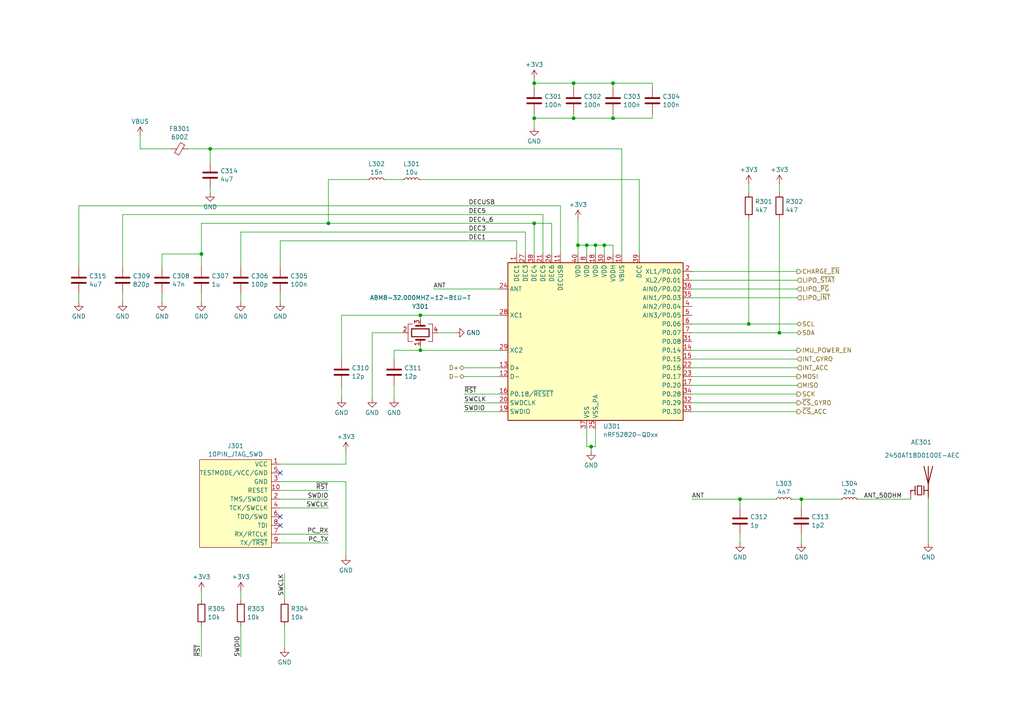
<source format=kicad_sch>
(kicad_sch (version 20230121) (generator eeschema)
  (paper "A4")
  (lib_symbols
    (symbol "Device:Antenna_Chip" (pin_numbers hide) (pin_names (offset 1.016) hide)
      (property "Reference" "AE" (at 0 5.08 0))
      (property "Value" "Antenna_Chip" (at 0 3.175 0))
      (symbol "Antenna_Chip_0_1"
        (polyline (pts (xy -2.54 0) (xy -2.54 -0.635)) (stroke (width 0.254)))
        (polyline (pts (xy -2.54 0) (xy -1.27 0)) (stroke (width 0.254)))
        (polyline (pts (xy 1.27 0) (xy 2.54 0)) (stroke (width 0.254)))
        (polyline (pts (xy 1.27 1.27) (xy 1.27 -1.27)) (stroke (width 0.254)))
        (polyline (pts (xy 2.54 -0.635) (xy 2.54 0)))
        (polyline (pts (xy 2.54 6.985) (xy 2.54 -1.905)) (stroke (width 0.254)))
        (polyline (pts (xy -1.27 1.27) (xy -1.27 -1.27) (xy -1.27 0)) (stroke (width 0.254)))
        (polyline (pts (xy 3.81 6.985) (xy 2.54 1.905) (xy 1.27 6.985)) (stroke (width 0.254)))
        (polyline (pts (xy -0.635 1.27) (xy 0.635 1.27) (xy 0.635 -1.27) (xy -0.635 -1.27) (xy -0.635 1.27)) (stroke (width 0.254)))
      )
      (symbol "Antenna_Chip_1_1"
        (pin input line (at -2.54 -2.54 90) (length 2.54) (name "FEED") (number "1"))
        (pin passive line (at 2.54 -2.54 90) (length 2.54) (name "PCB_Trace") (number "2"))
      )
    )
    (symbol "Device:C" (pin_numbers hide) (pin_names (offset 0.254))
      (property "Reference" "C" (at 0.635 2.54 0))
      (property "Value" "C" (at 0.635 -2.54 0))
      (symbol "C_0_1"
        (polyline (pts (xy -2.032 -0.762) (xy 2.032 -0.762)) (stroke (width 0.508)))
        (polyline (pts (xy -2.032 0.762) (xy 2.032 0.762)) (stroke (width 0.508)))
      )
      (symbol "C_1_1"
        (pin passive line (at 0 3.81 270) (length 2.794) (name "~") (number "1"))
        (pin passive line (at 0 -3.81 90) (length 2.794) (name "~") (number "2"))
      )
    )
    (symbol "Device:Crystal_GND24" (pin_names (offset 1.016) hide)
      (property "Reference" "Y" (at 3.175 5.08 0))
      (property "Value" "Crystal_GND24" (at 3.175 3.175 0))
      (symbol "Crystal_GND24_0_1"
        (rectangle (start -1.143 2.54) (end 1.143 -2.54) (stroke (width 0.3048)))
        (polyline (pts (xy -2.54 0) (xy -2.032 0)))
        (polyline (pts (xy -2.032 -1.27) (xy -2.032 1.27)) (stroke (width 0.508)))
        (polyline (pts (xy 0 -3.81) (xy 0 -3.556)))
        (polyline (pts (xy 0 3.556) (xy 0 3.81)))
        (polyline (pts (xy 2.032 -1.27) (xy 2.032 1.27)) (stroke (width 0.508)))
        (polyline (pts (xy 2.032 0) (xy 2.54 0)))
        (polyline (pts (xy -2.54 -2.286) (xy -2.54 -3.556) (xy 2.54 -3.556) (xy 2.54 -2.286)))
        (polyline (pts (xy -2.54 2.286) (xy -2.54 3.556) (xy 2.54 3.556) (xy 2.54 2.286)))
      )
      (symbol "Crystal_GND24_1_1"
        (pin passive line (at -3.81 0 0) (length 1.27) (name "1") (number "1"))
        (pin passive line (at 0 5.08 270) (length 1.27) (name "2") (number "2"))
        (pin passive line (at 3.81 0 180) (length 1.27) (name "3") (number "3"))
        (pin passive line (at 0 -5.08 90) (length 1.27) (name "4") (number "4"))
      )
    )
    (symbol "Device:FerriteBead_Small" (pin_numbers hide) (pin_names (offset 0))
      (property "Reference" "FB" (at 1.905 1.27 0))
      (property "Value" "FerriteBead_Small" (at 1.905 -1.27 0))
      (symbol "FerriteBead_Small_0_1"
        (polyline (pts (xy 0 -1.27) (xy 0 -0.7874)))
        (polyline (pts (xy 0 0.889) (xy 0 1.2954)))
        (polyline (pts (xy -1.8288 0.2794) (xy -1.1176 1.4986) (xy 1.8288 -0.2032) (xy 1.1176 -1.4224) (xy -1.8288 0.2794)))
      )
      (symbol "FerriteBead_Small_1_1"
        (pin passive line (at 0 2.54 270) (length 1.27) (name "~") (number "1"))
        (pin passive line (at 0 -2.54 90) (length 1.27) (name "~") (number "2"))
      )
    )
    (symbol "Device:L_Small" (pin_numbers hide) (pin_names (offset 0.254) hide)
      (property "Reference" "L" (at 0.762 1.016 0))
      (property "Value" "L_Small" (at 0.762 -1.016 0))
      (symbol "L_Small_0_1"
        (arc (start 0 -2.032) (mid 0.5058 -1.524) (end 0 -1.016))
        (arc (start 0 -1.016) (mid 0.5058 -0.508) (end 0 0))
        (arc (start 0 0) (mid 0.5058 0.508) (end 0 1.016))
        (arc (start 0 1.016) (mid 0.5058 1.524) (end 0 2.032))
      )
      (symbol "L_Small_1_1"
        (pin passive line (at 0 2.54 270) (length 0.508) (name "~") (number "1"))
        (pin passive line (at 0 -2.54 90) (length 0.508) (name "~") (number "2"))
      )
    )
    (symbol "Device:R" (pin_numbers hide) (pin_names (offset 0))
      (property "Reference" "R" (at 2.032 0 90))
      (property "Value" "R" (at 0 0 90))
      (symbol "R_0_1"
        (rectangle (start -1.016 -2.54) (end 1.016 2.54) (stroke (width 0.254)))
      )
      (symbol "R_1_1"
        (pin passive line (at 0 3.81 270) (length 1.27) (name "~") (number "1"))
        (pin passive line (at 0 -3.81 90) (length 1.27) (name "~") (number "2"))
      )
    )
    (symbol "MCU_Nordic:nRF52820-QDxx"
      (property "Reference" "U" (at -2.54 0 0))
      (property "Value" "nRF52820-QDxx" (at -2.54 -2.54 0))
      (symbol "nRF52820-QDxx_0_1"
        (rectangle (start -25.4 22.86) (end 25.4 -22.86) (stroke (width 0.254)) (fill (type background)))
      )
      (symbol "nRF52820-QDxx_1_1"
        (pin passive line (at -22.86 25.4 270) (length 2.54) (name "DEC1") (number "1"))
        (pin power_in line (at 7.62 25.4 270) (length 2.54) (name "VBUS") (number "10"))
        (pin passive line (at -10.16 25.4 270) (length 2.54) (name "DECUSB") (number "11"))
        (pin bidirectional line (at -27.94 -10.16 0) (length 2.54) (name "D-") (number "12"))
        (pin bidirectional line (at -27.94 -7.62 0) (length 2.54) (name "D+") (number "13"))
        (pin bidirectional line (at 27.94 -2.54 180) (length 2.54) (name "P0.14") (number "14"))
        (pin bidirectional line (at 27.94 -5.08 180) (length 2.54) (name "P0.15") (number "15"))
        (pin bidirectional line (at -27.94 -15.24 0) (length 2.54) (name "P0.18/~{RESET}") (number "16"))
        (pin bidirectional line (at 27.94 -12.7 180) (length 2.54) (name "P0.20") (number "17"))
        (pin power_in line (at 0 25.4 270) (length 2.54) (name "VDD") (number "18"))
        (pin bidirectional line (at -27.94 -20.32 0) (length 2.54) (name "SWDIO") (number "19"))
        (pin bidirectional line (at 27.94 20.32 180) (length 2.54) (name "XL1/P0.00") (number "2"))
        (pin input line (at -27.94 -17.78 0) (length 2.54) (name "SWDCLK") (number "20"))
        (pin passive line (at -15.24 25.4 270) (length 2.54) (name "DEC5") (number "21"))
        (pin bidirectional line (at 27.94 -7.62 180) (length 2.54) (name "P0.16") (number "22"))
        (pin bidirectional line (at 27.94 -10.16 180) (length 2.54) (name "P0.17") (number "23"))
        (pin passive line (at -27.94 15.24 0) (length 2.54) (name "ANT") (number "24"))
        (pin power_in line (at 0 -25.4 90) (length 2.54) (name "VSS_PA") (number "25"))
        (pin passive line (at -12.7 25.4 270) (length 2.54) (name "DEC6") (number "26"))
        (pin passive line (at -20.32 25.4 270) (length 2.54) (name "DEC3") (number "27"))
        (pin input line (at -27.94 7.62 0) (length 2.54) (name "XC1") (number "28"))
        (pin input line (at -27.94 -2.54 0) (length 2.54) (name "XC2") (number "29"))
        (pin bidirectional line (at 27.94 17.78 180) (length 2.54) (name "XL2/P0.01") (number "3"))
        (pin power_in line (at 2.54 25.4 270) (length 2.54) (name "VDD") (number "30"))
        (pin bidirectional line (at 27.94 0 180) (length 2.54) (name "P0.08") (number "31"))
        (pin bidirectional line (at 27.94 -17.78 180) (length 2.54) (name "P0.29") (number "32"))
        (pin bidirectional line (at 27.94 -20.32 180) (length 2.54) (name "P0.30") (number "33"))
        (pin bidirectional line (at 27.94 -15.24 180) (length 2.54) (name "P0.28") (number "34"))
        (pin bidirectional line (at 27.94 12.7 180) (length 2.54) (name "AIN1/P0.03") (number "35"))
        (pin bidirectional line (at 27.94 15.24 180) (length 2.54) (name "AIN0/P0.02") (number "36"))
        (pin power_in line (at -2.54 -25.4 90) (length 2.54) (name "VSS") (number "37"))
        (pin passive line (at -17.78 25.4 270) (length 2.54) (name "DEC4") (number "38"))
        (pin power_out line (at 12.7 25.4 270) (length 2.54) (name "DCC") (number "39"))
        (pin bidirectional line (at 27.94 10.16 180) (length 2.54) (name "AIN2/P0.04") (number "4"))
        (pin power_in line (at -5.08 25.4 270) (length 2.54) (name "VDD") (number "40"))
        (pin passive line (at -2.54 -25.4 90) (length 2.54) hide (name "VSS") (number "41"))
        (pin bidirectional line (at 27.94 7.62 180) (length 2.54) (name "AIN3/P0.05") (number "5"))
        (pin bidirectional line (at 27.94 5.08 180) (length 2.54) (name "P0.06") (number "6"))
        (pin bidirectional line (at 27.94 2.54 180) (length 2.54) (name "P0.07") (number "7"))
        (pin power_in line (at -2.54 25.4 270) (length 2.54) (name "VDD") (number "8"))
        (pin power_in line (at 5.08 25.4 270) (length 2.54) (name "VDDH") (number "9"))
      )
    )
    (symbol "power:+3V3" (power) (pin_names (offset 0))
      (property "Value" "+3V3" (at 0 3.556 0))
      (symbol "+3V3_0_1"
        (polyline (pts (xy -0.762 1.27) (xy 0 2.54)))
        (polyline (pts (xy 0 0) (xy 0 2.54)))
        (polyline (pts (xy 0 2.54) (xy 0.762 1.27)))
      )
      (symbol "+3V3_1_1"
        (pin power_in line (at 0 0 90) (length 0) hide (name "+3V3") (number "1"))
      )
    )
    (symbol "power:GND" (power) (pin_names (offset 0))
      (property "Value" "GND" (at 0 -3.81 0))
      (symbol "GND_0_1"
        (polyline (pts (xy 0 0) (xy 0 -1.27) (xy 1.27 -1.27) (xy 0 -2.54) (xy -1.27 -1.27) (xy 0 -1.27)))
      )
      (symbol "GND_1_1"
        (pin power_in line (at 0 0 270) (length 0) hide (name "GND") (number "1"))
      )
    )
    (symbol "power:VBUS" (power) (pin_names (offset 0))
      (property "Value" "VBUS" (at 0 3.81 0))
      (symbol "VBUS_0_1"
        (polyline (pts (xy -0.762 1.27) (xy 0 2.54)))
        (polyline (pts (xy 0 0) (xy 0 2.54)))
        (polyline (pts (xy 0 2.54) (xy 0.762 1.27)))
      )
      (symbol "VBUS_1_1"
        (pin power_in line (at 0 0 90) (length 0) hide (name "VBUS") (number "1"))
      )
    )
    (symbol "shimatta_connectors:10PIN_JTAG_SWD" (pin_names (offset 1.016))
      (property "Reference" "J" (at -7.112 1.016 0))
      (property "Value" "10PIN_JTAG_SWD" (at 0.254 2.794 0))
      (symbol "10PIN_JTAG_SWD_0_1"
        (rectangle (start -20.828 0) (end 0 -25.4) (fill (type background)))
      )
      (symbol "10PIN_JTAG_SWD_1_1"
        (pin passive line (at 2.54 -1.27 180) (length 2.54) (name "VCC") (number "1"))
        (pin passive line (at 2.54 -8.89 180) (length 2.54) (name "RESET") (number "10"))
        (pin passive line (at 2.54 -11.43 180) (length 2.54) (name "TMS/SWDIO") (number "2"))
        (pin passive line (at 2.54 -6.35 180) (length 2.54) (name "GND") (number "3"))
        (pin passive line (at 2.54 -13.97 180) (length 2.54) (name "TCK/SWCLK") (number "4"))
        (pin passive line (at 2.54 -3.81 180) (length 2.54) (name "TESTMODE/VCC/GND") (number "5"))
        (pin passive line (at 2.54 -16.51 180) (length 2.54) (name "TDO/SWO") (number "6"))
        (pin passive line (at 2.54 -21.59 180) (length 2.54) (name "RX/RTCLK") (number "7"))
        (pin passive line (at 2.54 -19.05 180) (length 2.54) (name "TDI") (number "8"))
        (pin passive line (at 2.54 -24.13 180) (length 2.54) (name "TX/~{TRST}") (number "9"))
      )
    )
  )
  (junction (at 167.64 71.12))
  (junction (at 226.06 96.52))
  (junction (at 217.17 93.98))
  (junction (at 60.96 43.18))
  (junction (at 166.37 24.13))
  (junction (at 170.18 71.12))
  (junction (at 175.26 71.12))
  (junction (at 58.42 73.66))
  (junction (at 214.63 144.78))
  (junction (at 154.94 24.13))
  (junction (at 121.92 91.44))
  (junction (at 171.45 129.54))
  (junction (at 154.94 34.29))
  (junction (at 232.41 144.78))
  (junction (at 154.94 64.77))
  (junction (at 166.37 34.29))
  (junction (at 177.8 34.29))
  (junction (at 95.25 64.77))
  (junction (at 121.92 101.6))
  (junction (at 172.72 71.12))
  (junction (at 177.8 24.13))
  (no_connect (at 81.28 152.4))
  (no_connect (at 81.28 137.16))
  (no_connect (at 81.28 149.86))
  (wire (pts (xy 171.45 129.54) (xy 172.72 129.54)))
  (wire (pts (xy 232.41 144.78) (xy 243.84 144.78)))
  (wire (pts (xy 58.42 64.77) (xy 95.25 64.77)))
  (wire (pts (xy 35.56 62.23) (xy 35.56 77.47)))
  (wire (pts (xy 172.72 124.46) (xy 172.72 129.54)))
  (wire (pts (xy 81.28 69.85) (xy 81.28 77.47)))
  (wire (pts (xy 69.85 171.45) (xy 69.85 173.99)))
  (wire (pts (xy 154.94 64.77) (xy 154.94 73.66)))
  (wire (pts (xy 189.23 34.29) (xy 177.8 34.29)))
  (wire (pts (xy 35.56 85.09) (xy 35.56 87.63)))
  (wire (pts (xy 134.62 114.3) (xy 144.78 114.3)))
  (wire (pts (xy 121.92 52.07) (xy 185.42 52.07)))
  (wire (pts (xy 60.96 54.61) (xy 60.96 55.88)))
  (wire (pts (xy 214.63 144.78) (xy 214.63 147.32)))
  (wire (pts (xy 162.56 73.66) (xy 162.56 59.69)))
  (wire (pts (xy 217.17 93.98) (xy 231.14 93.98)))
  (wire (pts (xy 134.62 119.38) (xy 144.78 119.38)))
  (wire (pts (xy 269.24 144.78) (xy 269.24 157.48)))
  (wire (pts (xy 46.99 73.66) (xy 58.42 73.66)))
  (wire (pts (xy 95.25 52.07) (xy 95.25 64.77)))
  (wire (pts (xy 154.94 33.02) (xy 154.94 34.29)))
  (wire (pts (xy 22.86 85.09) (xy 22.86 87.63)))
  (wire (pts (xy 172.72 71.12) (xy 170.18 71.12)))
  (wire (pts (xy 200.66 106.68) (xy 231.14 106.68)))
  (wire (pts (xy 200.66 78.74) (xy 231.14 78.74)))
  (wire (pts (xy 134.62 106.68) (xy 144.78 106.68)))
  (wire (pts (xy 175.26 71.12) (xy 172.72 71.12)))
  (wire (pts (xy 177.8 33.02) (xy 177.8 34.29)))
  (wire (pts (xy 40.64 39.37) (xy 40.64 43.18)))
  (wire (pts (xy 248.92 144.78) (xy 264.16 144.78)))
  (wire (pts (xy 166.37 24.13) (xy 177.8 24.13)))
  (wire (pts (xy 69.85 85.09) (xy 69.85 87.63)))
  (wire (pts (xy 106.68 52.07) (xy 95.25 52.07)))
  (wire (pts (xy 121.92 91.44) (xy 121.92 92.71)))
  (wire (pts (xy 99.06 111.76) (xy 99.06 115.57)))
  (wire (pts (xy 82.55 181.61) (xy 82.55 187.96)))
  (wire (pts (xy 170.18 71.12) (xy 167.64 71.12)))
  (wire (pts (xy 134.62 109.22) (xy 144.78 109.22)))
  (wire (pts (xy 149.86 73.66) (xy 149.86 69.85)))
  (wire (pts (xy 154.94 24.13) (xy 154.94 25.4)))
  (wire (pts (xy 81.28 139.7) (xy 100.33 139.7)))
  (wire (pts (xy 200.66 104.14) (xy 231.14 104.14)))
  (wire (pts (xy 177.8 24.13) (xy 177.8 25.4)))
  (wire (pts (xy 154.94 34.29) (xy 154.94 36.83)))
  (wire (pts (xy 60.96 43.18) (xy 180.34 43.18)))
  (wire (pts (xy 170.18 124.46) (xy 170.18 129.54)))
  (wire (pts (xy 172.72 71.12) (xy 172.72 73.66)))
  (wire (pts (xy 180.34 43.18) (xy 180.34 73.66)))
  (wire (pts (xy 154.94 24.13) (xy 166.37 24.13)))
  (wire (pts (xy 200.66 114.3) (xy 231.14 114.3)))
  (wire (pts (xy 160.02 64.77) (xy 160.02 73.66)))
  (wire (pts (xy 226.06 63.5) (xy 226.06 96.52)))
  (wire (pts (xy 81.28 85.09) (xy 81.28 87.63)))
  (wire (pts (xy 200.66 101.6) (xy 231.14 101.6)))
  (wire (pts (xy 217.17 53.34) (xy 217.17 55.88)))
  (wire (pts (xy 81.28 144.78) (xy 95.25 144.78)))
  (wire (pts (xy 149.86 69.85) (xy 81.28 69.85)))
  (wire (pts (xy 154.94 64.77) (xy 160.02 64.77)))
  (wire (pts (xy 81.28 147.32) (xy 95.25 147.32)))
  (wire (pts (xy 121.92 101.6) (xy 144.78 101.6)))
  (wire (pts (xy 58.42 73.66) (xy 58.42 77.47)))
  (wire (pts (xy 189.23 24.13) (xy 189.23 25.4)))
  (wire (pts (xy 121.92 100.33) (xy 121.92 101.6)))
  (wire (pts (xy 200.66 96.52) (xy 226.06 96.52)))
  (wire (pts (xy 81.28 154.94) (xy 95.25 154.94)))
  (wire (pts (xy 226.06 53.34) (xy 226.06 55.88)))
  (wire (pts (xy 114.3 101.6) (xy 114.3 104.14)))
  (wire (pts (xy 95.25 64.77) (xy 154.94 64.77)))
  (wire (pts (xy 125.73 83.82) (xy 144.78 83.82)))
  (wire (pts (xy 232.41 154.94) (xy 232.41 157.48)))
  (wire (pts (xy 60.96 43.18) (xy 60.96 46.99)))
  (wire (pts (xy 116.84 96.52) (xy 107.95 96.52)))
  (wire (pts (xy 157.48 62.23) (xy 35.56 62.23)))
  (wire (pts (xy 217.17 63.5) (xy 217.17 93.98)))
  (wire (pts (xy 69.85 67.31) (xy 69.85 77.47)))
  (wire (pts (xy 100.33 130.81) (xy 100.33 134.62)))
  (wire (pts (xy 82.55 166.37) (xy 82.55 173.99)))
  (wire (pts (xy 166.37 34.29) (xy 154.94 34.29)))
  (wire (pts (xy 121.92 101.6) (xy 114.3 101.6)))
  (wire (pts (xy 22.86 59.69) (xy 162.56 59.69)))
  (wire (pts (xy 152.4 73.66) (xy 152.4 67.31)))
  (wire (pts (xy 114.3 111.76) (xy 114.3 115.57)))
  (wire (pts (xy 167.64 63.5) (xy 167.64 71.12)))
  (wire (pts (xy 200.66 83.82) (xy 231.14 83.82)))
  (wire (pts (xy 134.62 116.84) (xy 144.78 116.84)))
  (wire (pts (xy 58.42 171.45) (xy 58.42 173.99)))
  (wire (pts (xy 99.06 91.44) (xy 121.92 91.44)))
  (wire (pts (xy 40.64 43.18) (xy 49.53 43.18)))
  (wire (pts (xy 200.66 119.38) (xy 231.14 119.38)))
  (wire (pts (xy 46.99 85.09) (xy 46.99 87.63)))
  (wire (pts (xy 46.99 77.47) (xy 46.99 73.66)))
  (wire (pts (xy 107.95 96.52) (xy 107.95 115.57)))
  (wire (pts (xy 121.92 91.44) (xy 144.78 91.44)))
  (wire (pts (xy 200.66 144.78) (xy 214.63 144.78)))
  (wire (pts (xy 167.64 71.12) (xy 167.64 73.66)))
  (wire (pts (xy 69.85 181.61) (xy 69.85 190.5)))
  (wire (pts (xy 200.66 109.22) (xy 231.14 109.22)))
  (wire (pts (xy 170.18 71.12) (xy 170.18 73.66)))
  (wire (pts (xy 152.4 67.31) (xy 69.85 67.31)))
  (wire (pts (xy 170.18 129.54) (xy 171.45 129.54)))
  (wire (pts (xy 177.8 71.12) (xy 175.26 71.12)))
  (wire (pts (xy 81.28 134.62) (xy 100.33 134.62)))
  (wire (pts (xy 58.42 181.61) (xy 58.42 190.5)))
  (wire (pts (xy 166.37 24.13) (xy 166.37 25.4)))
  (wire (pts (xy 99.06 104.14) (xy 99.06 91.44)))
  (wire (pts (xy 177.8 34.29) (xy 166.37 34.29)))
  (wire (pts (xy 166.37 33.02) (xy 166.37 34.29)))
  (wire (pts (xy 177.8 73.66) (xy 177.8 71.12)))
  (wire (pts (xy 214.63 144.78) (xy 224.79 144.78)))
  (wire (pts (xy 58.42 73.66) (xy 58.42 64.77)))
  (wire (pts (xy 54.61 43.18) (xy 60.96 43.18)))
  (wire (pts (xy 81.28 142.24) (xy 95.25 142.24)))
  (wire (pts (xy 171.45 129.54) (xy 171.45 130.81)))
  (wire (pts (xy 185.42 73.66) (xy 185.42 52.07)))
  (wire (pts (xy 111.76 52.07) (xy 116.84 52.07)))
  (wire (pts (xy 100.33 139.7) (xy 100.33 161.29)))
  (wire (pts (xy 58.42 85.09) (xy 58.42 87.63)))
  (wire (pts (xy 200.66 93.98) (xy 217.17 93.98)))
  (wire (pts (xy 229.87 144.78) (xy 232.41 144.78)))
  (wire (pts (xy 200.66 81.28) (xy 231.14 81.28)))
  (wire (pts (xy 226.06 96.52) (xy 231.14 96.52)))
  (wire (pts (xy 214.63 154.94) (xy 214.63 157.48)))
  (wire (pts (xy 154.94 22.86) (xy 154.94 24.13)))
  (wire (pts (xy 177.8 24.13) (xy 189.23 24.13)))
  (wire (pts (xy 189.23 33.02) (xy 189.23 34.29)))
  (wire (pts (xy 175.26 71.12) (xy 175.26 73.66)))
  (wire (pts (xy 232.41 144.78) (xy 232.41 147.32)))
  (wire (pts (xy 200.66 86.36) (xy 231.14 86.36)))
  (wire (pts (xy 81.28 157.48) (xy 95.25 157.48)))
  (wire (pts (xy 157.48 73.66) (xy 157.48 62.23)))
  (wire (pts (xy 200.66 116.84) (xy 231.14 116.84)))
  (wire (pts (xy 127 96.52) (xy 132.08 96.52)))
  (wire (pts (xy 200.66 111.76) (xy 231.14 111.76)))
  (wire (pts (xy 22.86 77.47) (xy 22.86 59.69)))
  (label "ANT" (at 200.66 144.78 0))
  (label "ANT" (at 125.73 83.82 0))
  (label "DEC3" (at 135.89 67.31 0))
  (label "PC_TX" (at 95.25 157.48 180))
  (label "SWDIO" (at 134.62 119.38 0))
  (label "SWDIO" (at 95.25 144.78 180))
  (label "DEC4_6" (at 135.89 64.77 0))
  (label "PC_RX" (at 95.25 154.94 180))
  (label "DEC5" (at 135.89 62.23 0))
  (label "~{RST}" (at 134.62 114.3 0))
  (label "SWCLK" (at 82.55 166.37 270))
  (label "~{RST}" (at 95.25 142.24 180))
  (label "ANT_50OHM" (at 261.62 144.78 180))
  (label "SWCLK" (at 134.62 116.84 0))
  (label "~{RST}" (at 58.42 190.5 90))
  (label "SWCLK" (at 95.25 147.32 180))
  (label "DEC1" (at 135.89 69.85 0))
  (label "SWDIO" (at 69.85 190.5 90))
  (label "DECUSB" (at 135.89 59.69 0))
  (hierarchical_label "D-" (shape bidirectional) (at 134.62 109.22 180))
  (hierarchical_label "~{CS}_GYRO" (shape output) (at 231.14 116.84 0))
  (hierarchical_label "LIPO_~{INT}" (shape input) (at 231.14 86.36 0))
  (hierarchical_label "MISO" (shape input) (at 231.14 111.76 0))
  (hierarchical_label "LIPO_~{STAT}" (shape input) (at 231.14 81.28 0))
  (hierarchical_label "INT_GYRO" (shape input) (at 231.14 104.14 0))
  (hierarchical_label "INT_ACC" (shape input) (at 231.14 106.68 0))
  (hierarchical_label "IMU_POWER_EN" (shape output) (at 231.14 101.6 0))
  (hierarchical_label "SCK" (shape output) (at 231.14 114.3 0))
  (hierarchical_label "SDA" (shape bidirectional) (at 231.14 96.52 0))
  (hierarchical_label "LIPO_~{PG}" (shape input) (at 231.14 83.82 0))
  (hierarchical_label "D+" (shape bidirectional) (at 134.62 106.68 180))
  (hierarchical_label "~{CS}_ACC" (shape output) (at 231.14 119.38 0))
  (hierarchical_label "CHARGE_~{EN}" (shape output) (at 231.14 78.74 0))
  (hierarchical_label "MOSI" (shape output) (at 231.14 109.22 0))
  (hierarchical_label "SCL" (shape bidirectional) (at 231.14 93.98 0))
  (symbol (lib_id "Device:L_Small") (at 227.33 144.78 90) (unit 1)
    (property "Reference" "L303" (at 227.33 140.2569 90))
    (property "Value" "4n7" (at 227.33 142.6811 90))
  )
  (symbol (lib_id "power:GND") (at 22.86 87.63 0) (unit 1)
    (property "Reference" "#PWR0326" (effects hide))
    (property "Value" "GND" (at 22.86 91.7631 0))
  )
  (symbol (lib_id "shimatta_connectors:10PIN_JTAG_SWD") (at 78.74 133.35 0) (unit 1)
    (property "Reference" "J301" (at 68.326 129.3327 0))
    (property "Value" "10PIN_JTAG_SWD" (at 68.326 131.7569 0))
  )
  (symbol (lib_id "Device:C") (at 35.56 81.28 0) (unit 1)
    (property "Reference" "C309" (at 38.481 80.0679 0) (effects (justify left)))
    (property "Value" "820p" (at 38.481 82.4921 0) (effects (justify left)))
  )
  (symbol (lib_id "Device:FerriteBead_Small") (at 52.07 43.18 270) (unit 1)
    (property "Reference" "FB301" (at 52.1081 37.3339 90))
    (property "Value" "600Z" (at 52.1081 39.7581 90))
  )
  (symbol (lib_id "Device:R") (at 69.85 177.8 0) (unit 1)
    (property "Reference" "R303" (at 71.628 176.5879 0) (effects (justify left)))
    (property "Value" "10k" (at 71.628 179.0121 0) (effects (justify left)))
  )
  (symbol (lib_id "Device:Antenna_Chip") (at 266.7 142.24 0) (unit 1)
    (property "Reference" "AE301" (at 264.16 128.27 0) (effects (justify left)))
    (property "Value" "2450AT18D0100E-AEC" (at 256.54 132.08 0) (effects (justify left)))
  )
  (symbol (lib_id "Device:C") (at 166.37 29.21 0) (unit 1)
    (property "Reference" "C302" (at 169.291 27.9979 0) (effects (justify left)))
    (property "Value" "100n" (at 169.291 30.4221 0) (effects (justify left)))
  )
  (symbol (lib_id "power:GND") (at 132.08 96.52 90) (unit 1)
    (property "Reference" "#PWR0310" (effects hide))
    (property "Value" "GND" (at 135.255 96.52 90) (effects (justify right)))
  )
  (symbol (lib_id "power:GND") (at 114.3 115.57 0) (unit 1)
    (property "Reference" "#PWR0312" (effects hide))
    (property "Value" "GND" (at 114.3 119.7031 0))
  )
  (symbol (lib_id "power:+3V3") (at 100.33 130.81 0) (unit 1)
    (property "Reference" "#PWR0318" (effects hide))
    (property "Value" "+3V3" (at 100.33 126.6769 0))
  )
  (symbol (lib_id "Device:C") (at 22.86 81.28 0) (unit 1)
    (property "Reference" "C315" (at 25.781 80.0679 0) (effects (justify left)))
    (property "Value" "4u7" (at 25.781 82.4921 0) (effects (justify left)))
  )
  (symbol (lib_id "power:GND") (at 107.95 115.57 0) (unit 1)
    (property "Reference" "#PWR0313" (effects hide))
    (property "Value" "GND" (at 107.95 119.7031 0))
  )
  (symbol (lib_id "Device:L_Small") (at 119.38 52.07 90) (unit 1)
    (property "Reference" "L301" (at 119.38 47.5469 90))
    (property "Value" "10u" (at 119.38 49.9711 90))
  )
  (symbol (lib_id "Device:C") (at 177.8 29.21 0) (unit 1)
    (property "Reference" "C303" (at 180.721 27.9979 0) (effects (justify left)))
    (property "Value" "100n" (at 180.721 30.4221 0) (effects (justify left)))
  )
  (symbol (lib_id "Device:C") (at 46.99 81.28 0) (unit 1)
    (property "Reference" "C308" (at 49.911 80.0679 0) (effects (justify left)))
    (property "Value" "47n" (at 49.911 82.4921 0) (effects (justify left)))
  )
  (symbol (lib_id "Device:C") (at 58.42 81.28 0) (unit 1)
    (property "Reference" "C307" (at 61.341 80.0679 0) (effects (justify left)))
    (property "Value" "1u" (at 61.341 82.4921 0) (effects (justify left)))
  )
  (symbol (lib_id "Device:L_Small") (at 246.38 144.78 90) (unit 1)
    (property "Reference" "L304" (at 246.38 140.2569 90))
    (property "Value" "2n2" (at 246.38 142.6811 90))
  )
  (symbol (lib_id "Device:C") (at 114.3 107.95 180) (unit 1)
    (property "Reference" "C311" (at 117.221 106.7379 0) (effects (justify right)))
    (property "Value" "12p" (at 117.221 109.1621 0) (effects (justify right)))
  )
  (symbol (lib_id "Device:C") (at 60.96 50.8 0) (unit 1)
    (property "Reference" "C314" (at 63.881 49.5879 0) (effects (justify left)))
    (property "Value" "4u7" (at 63.881 52.0121 0) (effects (justify left)))
  )
  (symbol (lib_id "Device:R") (at 226.06 59.69 0) (unit 1)
    (property "Reference" "R302" (at 227.838 58.4779 0) (effects (justify left)))
    (property "Value" "4k7" (at 227.838 60.9021 0) (effects (justify left)))
  )
  (symbol (lib_id "power:GND") (at 69.85 87.63 0) (unit 1)
    (property "Reference" "#PWR0306" (effects hide))
    (property "Value" "GND" (at 69.85 91.7631 0))
  )
  (symbol (lib_id "Device:R") (at 82.55 177.8 0) (unit 1)
    (property "Reference" "R304" (at 84.328 176.5879 0) (effects (justify left)))
    (property "Value" "10k" (at 84.328 179.0121 0) (effects (justify left)))
  )
  (symbol (lib_id "power:GND") (at 214.63 157.48 0) (unit 1)
    (property "Reference" "#PWR0322" (effects hide))
    (property "Value" "GND" (at 214.63 161.6131 0))
  )
  (symbol (lib_id "power:GND") (at 82.55 187.96 0) (unit 1)
    (property "Reference" "#PWR0320" (effects hide))
    (property "Value" "GND" (at 82.55 192.0931 0))
  )
  (symbol (lib_id "Device:R") (at 58.42 177.8 0) (unit 1)
    (property "Reference" "R305" (at 60.198 176.5879 0) (effects (justify left)))
    (property "Value" "10k" (at 60.198 179.0121 0) (effects (justify left)))
  )
  (symbol (lib_id "Device:C") (at 232.41 151.13 0) (unit 1)
    (property "Reference" "C313" (at 235.331 149.9179 0) (effects (justify left)))
    (property "Value" "1p2" (at 235.331 152.3421 0) (effects (justify left)))
  )
  (symbol (lib_id "power:+3V3") (at 167.64 63.5 0) (unit 1)
    (property "Reference" "#PWR0302" (effects hide))
    (property "Value" "+3V3" (at 167.64 59.3669 0))
  )
  (symbol (lib_id "Device:C") (at 189.23 29.21 0) (unit 1)
    (property "Reference" "C304" (at 192.151 27.9979 0) (effects (justify left)))
    (property "Value" "100n" (at 192.151 30.4221 0) (effects (justify left)))
  )
  (symbol (lib_id "power:GND") (at 171.45 130.81 0) (unit 1)
    (property "Reference" "#PWR0316" (effects hide))
    (property "Value" "GND" (at 171.45 134.9431 0))
  )
  (symbol (lib_id "power:GND") (at 154.94 36.83 0) (unit 1)
    (property "Reference" "#PWR0304" (effects hide))
    (property "Value" "GND" (at 154.94 40.9631 0))
  )
  (symbol (lib_id "power:+3V3") (at 217.17 53.34 0) (unit 1)
    (property "Reference" "#PWR0314" (effects hide))
    (property "Value" "+3V3" (at 217.17 49.2069 0))
  )
  (symbol (lib_id "power:VBUS") (at 40.64 39.37 0) (unit 1)
    (property "Reference" "#PWR0325" (effects hide))
    (property "Value" "VBUS" (at 40.64 35.2369 0))
  )
  (symbol (lib_id "power:GND") (at 58.42 87.63 0) (unit 1)
    (property "Reference" "#PWR0307" (effects hide))
    (property "Value" "GND" (at 58.42 91.7631 0))
  )
  (symbol (lib_id "power:GND") (at 35.56 87.63 0) (unit 1)
    (property "Reference" "#PWR0309" (effects hide))
    (property "Value" "GND" (at 35.56 91.7631 0))
  )
  (symbol (lib_id "power:GND") (at 81.28 87.63 0) (unit 1)
    (property "Reference" "#PWR0305" (effects hide))
    (property "Value" "GND" (at 81.28 91.7631 0))
  )
  (symbol (lib_id "power:+3V3") (at 69.85 171.45 0) (unit 1)
    (property "Reference" "#PWR0319" (effects hide))
    (property "Value" "+3V3" (at 69.85 167.3169 0))
  )
  (symbol (lib_id "power:GND") (at 269.24 157.48 0) (unit 1)
    (property "Reference" "#PWR0324" (effects hide))
    (property "Value" "GND" (at 269.24 161.6131 0))
  )
  (symbol (lib_id "Device:R") (at 217.17 59.69 0) (unit 1)
    (property "Reference" "R301" (at 218.948 58.4779 0) (effects (justify left)))
    (property "Value" "4k7" (at 218.948 60.9021 0) (effects (justify left)))
  )
  (symbol (lib_id "power:GND") (at 100.33 161.29 0) (unit 1)
    (property "Reference" "#PWR0317" (effects hide))
    (property "Value" "GND" (at 100.33 165.4231 0))
  )
  (symbol (lib_id "power:GND") (at 232.41 157.48 0) (unit 1)
    (property "Reference" "#PWR0323" (effects hide))
    (property "Value" "GND" (at 232.41 161.6131 0))
  )
  (symbol (lib_id "power:+3V3") (at 58.42 171.45 0) (unit 1)
    (property "Reference" "#PWR0321" (effects hide))
    (property "Value" "+3V3" (at 58.42 167.3169 0))
  )
  (symbol (lib_id "Device:C") (at 81.28 81.28 0) (unit 1)
    (property "Reference" "C305" (at 84.201 80.0679 0) (effects (justify left)))
    (property "Value" "100n" (at 84.201 82.4921 0) (effects (justify left)))
  )
  (symbol (lib_id "power:GND") (at 46.99 87.63 0) (unit 1)
    (property "Reference" "#PWR0308" (effects hide))
    (property "Value" "GND" (at 46.99 91.7631 0))
  )
  (symbol (lib_id "Device:Crystal_GND24") (at 121.92 96.52 90) (unit 1)
    (property "Reference" "Y301" (at 121.92 88.9 90))
    (property "Value" "ABM8-32.000MHZ-12-B1U-T" (at 121.92 86.36 90))
  )
  (symbol (lib_id "power:GND") (at 60.96 55.88 0) (unit 1)
    (property "Reference" "#PWR0301" (effects hide))
    (property "Value" "GND" (at 60.96 60.0131 0))
  )
  (symbol (lib_id "Device:C") (at 99.06 107.95 180) (unit 1)
    (property "Reference" "C310" (at 101.981 106.7379 0) (effects (justify right)))
    (property "Value" "12p" (at 101.981 109.1621 0) (effects (justify right)))
  )
  (symbol (lib_id "power:+3V3") (at 226.06 53.34 0) (unit 1)
    (property "Reference" "#PWR0315" (effects hide))
    (property "Value" "+3V3" (at 226.06 49.2069 0))
  )
  (symbol (lib_id "Device:C") (at 214.63 151.13 0) (unit 1)
    (property "Reference" "C312" (at 217.551 149.9179 0) (effects (justify left)))
    (property "Value" "1p" (at 217.551 152.3421 0) (effects (justify left)))
  )
  (symbol (lib_id "power:+3V3") (at 154.94 22.86 0) (unit 1)
    (property "Reference" "#PWR0303" (effects hide))
    (property "Value" "+3V3" (at 154.94 18.7269 0))
  )
  (symbol (lib_id "power:GND") (at 99.06 115.57 0) (unit 1)
    (property "Reference" "#PWR0311" (effects hide))
    (property "Value" "GND" (at 99.06 119.7031 0))
  )
  (symbol (lib_id "MCU_Nordic:nRF52820-QDxx") (at 172.72 99.06 0) (unit 1)
    (property "Reference" "U301" (at 174.9141 123.6401 0) (effects (justify left)))
    (property "Value" "nRF52820-QDxx" (at 174.9141 126.0643 0) (effects (justify left)))
    (property "Footprint" "Package_DFN_QFN:QFN-40-1EP_5x5mm_P0.4mm_EP3.6x3.6mm" (effects hide))
    (property "Datasheet" "https://infocenter.nordicsemi.com/pdf/nRF52820_PS_v1.0.pdf" (effects hide))
  )
  (symbol (lib_id "Device:L_Small") (at 109.22 52.07 90) (unit 1)
    (property "Reference" "L302" (at 109.22 47.5469 90))
    (property "Value" "15n" (at 109.22 49.9711 90))
  )
  (symbol (lib_id "Device:C") (at 69.85 81.28 0) (unit 1)
    (property "Reference" "C306" (at 72.771 80.0679 0) (effects (justify left)))
    (property "Value" "100p" (at 72.771 82.4921 0) (effects (justify left)))
  )
  (symbol (lib_id "Device:C") (at 154.94 29.21 0) (unit 1)
    (property "Reference" "C301" (at 157.861 27.9979 0) (effects (justify left)))
    (property "Value" "100n" (at 157.861 30.4221 0) (effects (justify left)))
  )
)
</source>
